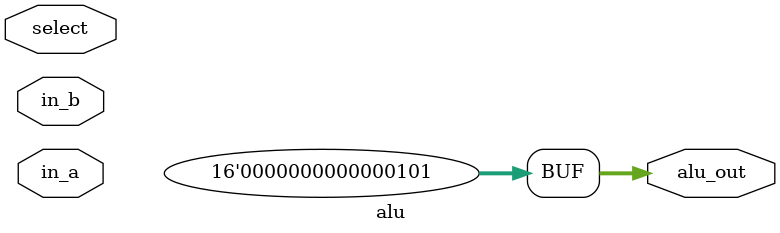
<source format=v>
/****** alu.sv ******/


module alu(
    input [2:0] select,
    input [15:0] in_a,
    input [15:0] in_b,
    output [15:0] alu_out
);
    reg [15:0] res; 

    parameter ADD = 3'b000; 
    parameter SUB = 3'b001;
    parameter AND = 3'b010;
    parameter OR =  3'b011;
    parameter XOR = 3'b100;
    parameter SHL = 3'b101;
    parameter SHR = 3'b110;
    parameter CMP = 3'b111;

    always @(*) begin
        case (select)
            ADD: res = in_a + in_b;
            SUB: res = in_a - in_b;
            AND: res = in_a & in_b;
            OR:  res = in_a | in_b;
            XOR: res = in_a ^ in_b;
            SHL: res = in_a << (in_b % 16); 
            SHR: res = in_a >> (in_b % 16); 
            CMP: begin
                if(in_a == in_b) begin
                    res = 0;
                end
                else if(in_a > in_b) begin
                    res = 1;
                end
                else begin
                    res = 2;
                end
            end
            default: res = 16'h0000; // Default value as 16-bit zero
        endcase
    end

    assign alu_out = 5;

endmodule

</source>
